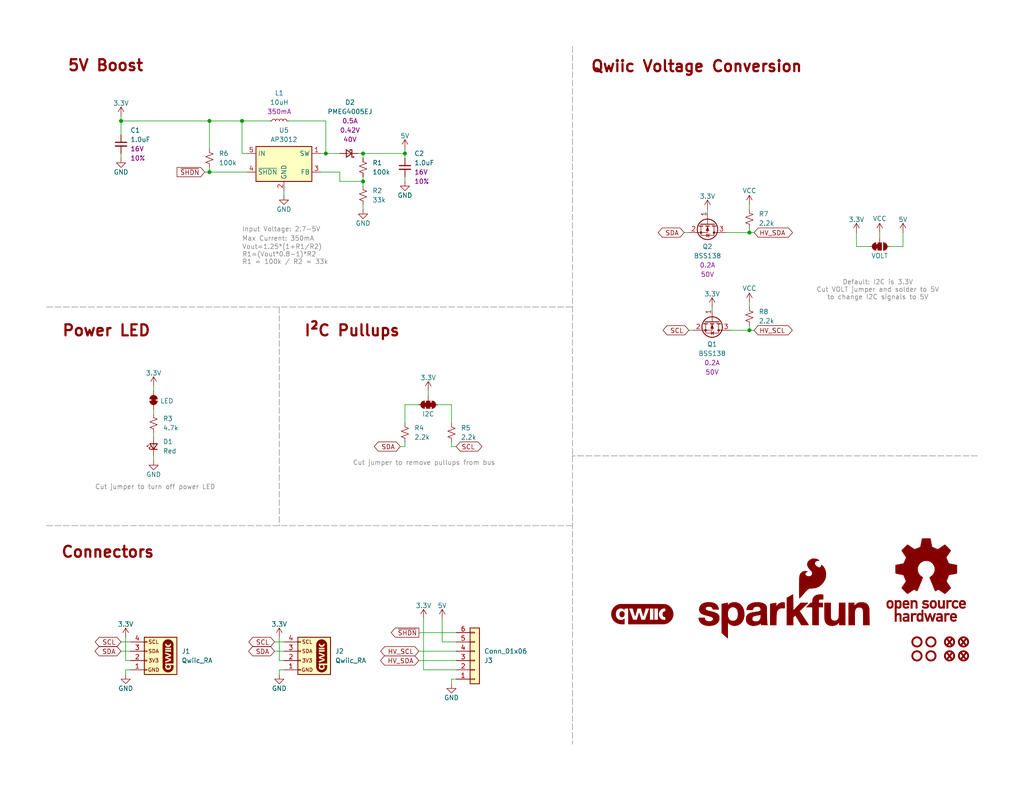
<source format=kicad_sch>
(kicad_sch (version 20231120) (generator "eeschema") (generator_version "8.0")
  (paper "USLetter")
  (title_block (title "SparkFun Qwiic 5V Boost AP3012K") (date "2025-02-10") (rev "v10") (comment 1 "Based off the Indoor Air Quality Combo by N. Seidle") (comment 2 "Designed by: P. Lewis"))
  (lib_symbols
    (symbol "1.0uF_0603_16V_10%_1" (pin_numbers hide) (pin_names (offset 0.254))
      (property "Reference" "C" (at 0.635 2.54 0))
      (property "Value" "1.0uF" (at 0.635 -2.54 0))
      (property "Voltage" "16V" (at 0 -6.35 0))
      (property "Tolerance" "10%" (at 0 -8.89 0))
      (symbol "1.0uF_0603_16V_10%_1_1_1"
        (pin passive line (at 0 2.54 270) (length 2.032) (name "~") (number "1"))
        (pin passive line (at 0 -2.54 90) (length 2.032) (name "~") (number "2"))
      )
    )
    (symbol "1.0uF_0603_16V_10%_2" (pin_numbers hide) (pin_names (offset 0.254))
      (property "Reference" "C" (at 0.635 2.54 0))
      (property "Value" "1.0uF" (at 0.635 -2.54 0))
      (property "Voltage" "16V" (at 0 -6.35 0))
      (property "Tolerance" "10%" (at 0 -8.89 0))
      (symbol "1.0uF_0603_16V_10%_2_1_1"
        (pin passive line (at 0 2.54 270) (length 2.032) (name "~") (number "1"))
        (pin passive line (at 0 -2.54 90) (length 2.032) (name "~") (number "2"))
      )
    )
    (symbol "10uH_0805_0.35A_1" (pin_numbers hide) (pin_names (offset 1.016) hide)
      (property "Reference" "L" (at 0 2.54 0))
      (property "Value" "10uH" (at 0 -1.27 0))
      (property "Current" "350mA" (at 0 -3.81 0))
      (symbol "10uH_0805_0.35A_1_1_1"
        (pin passive line (at -2.54 0 0) (length 0.508) (name "~") (number "1"))
        (pin passive line (at 2.54 0 180) (length 0.508) (name "~") (number "2"))
      )
    )
    (symbol "2.2k_0603_1" (pin_numbers hide) (pin_names (offset 0))
      (property "Reference" "R" (at 0 -2.54 0))
      (property "Value" "2.2k" (at 0 2.54 0))
      (symbol "2.2k_0603_1_1_1"
        (pin passive line (at -2.54 0 0) (length 1.016) (name "~") (number "1"))
        (pin passive line (at 2.54 0 180) (length 1.016) (name "~") (number "2"))
      )
    )
    (symbol "D_Schottky_0.5A_40V_0.42V_1" (pin_numbers hide) (pin_names (offset 1.016) hide)
      (property "Reference" "D2" (at -0.254 -13.97 0))
      (property "Value" "PMEG4005EJ" (at -0.254 -11.43 0))
      (property "IMax" "0.5A" (at -0.254 -8.89 0))
      (property "VDrop" "0.42V" (at -0.254 -6.35 0))
      (property "VMax" "40V" (at -0.254 -3.81 0))
      (symbol "D_Schottky_0.5A_40V_0.42V_1_1_1"
        (pin passive line (at 2.54 0 180) (length 1.778) (name "A") (number "A"))
        (pin passive line (at -2.54 0 0) (length 1.778) (name "C") (number "C"))
      )
    )
    (symbol "SolderJumper_3_Bridged123_1" (pin_numbers hide) (pin_names (offset 0) hide)
      (property "Reference" "JP" (at 0 2.54 0))
      (property "Value" "~" (at 3.81 1.27 0))
      (symbol "SolderJumper_3_Bridged123_1_1_1"
        (pin passive line (at -2.54 0 0) (length 1.27) (name "A") (number "1"))
        (pin passive line (at 0 -2.54 90) (length 1.27) (name "B") (number "2"))
        (pin passive line (at 2.54 0 180) (length 1.27) (name "C") (number "3"))
      )
    )
    (symbol "SparkFun-Aesthetic:Fiducial_0.5mm"
      (symbol "Fiducial_0.5mm_1_1"
        (text "x" (at 0 0.254 0) (effects (font (size 2.5 2.5) (bold yes))))
      )
    )
    (symbol "SparkFun-Aesthetic:OSHW_Logo" (pin_names (offset 1.016)) (in_bom no))
    (symbol "SparkFun-Aesthetic:SparkFun_Logo" (pin_names (offset 1.016)) (on_board no))
    (symbol "SparkFun-Aesthetic:qwiic_Logo" (pin_names (offset 1.016)) (on_board no))
    (symbol "SparkFun-Connector:Conn_01x06" (pin_names (offset 1.016) hide)
      (property "Reference" "J" (at 0 7.62 0))
      (property "Value" "Conn_01x06" (at 0 -10.16 0))
      (symbol "Conn_01x06_1_1"
        (pin passive line (at -5.08 5.08 0) (length 3.81) (name "Pin_1") (number "1"))
        (pin passive line (at -5.08 2.54 0) (length 3.81) (name "Pin_2") (number "2"))
        (pin passive line (at -5.08 0 0) (length 3.81) (name "Pin_3") (number "3"))
        (pin passive line (at -5.08 -2.54 0) (length 3.81) (name "Pin_4") (number "4"))
        (pin passive line (at -5.08 -5.08 0) (length 3.81) (name "Pin_5") (number "5"))
        (pin passive line (at -5.08 -7.62 0) (length 3.81) (name "Pin_6") (number "6"))
      )
    )
    (symbol "SparkFun-Connector:Qwiic_Right_Angle" (pin_names (offset 1.016) hide)
      (property "Reference" "J" (at 0 5.08 0))
      (property "Value" "Qwiic_RA" (at 0 -7.62 0))
      (symbol "Qwiic_Right_Angle_1_1"
        (text "3V3" (at 1.27 -2.54 0) (effects (font (size 1 1))))
        (text "GND" (at 1.27 -5.08 0) (effects (font (size 1 1))))
        (text "SCL" (at 1.27 2.54 0) (effects (font (size 1 1))))
        (text "SDA" (at 1.27 0 0) (effects (font (size 1 1))))
        (pin passive line (at -5.08 -5.08 0) (length 3.81) (name "Pin_1") (number "1"))
        (pin passive line (at -5.08 -2.54 0) (length 3.81) (name "Pin_2") (number "2"))
        (pin passive line (at -5.08 0 0) (length 3.81) (name "Pin_3") (number "3"))
        (pin passive line (at -5.08 2.54 0) (length 3.81) (name "Pin_4") (number "4"))
        (pin no_connect line (at 2.54 3.81 270) (length 2.54) hide (name "NC") (number "NC1"))
        (pin no_connect line (at 2.54 3.81 270) (length 2.54) hide (name "NC") (number "NC2"))
      )
    )
    (symbol "SparkFun-DiscreteSemi:Q_NMOS_0.2A_50V" (pin_names (offset 0) hide)
      (property "Reference" "Q" (at 5.08 1.27 0))
      (property "Value" "BSS138" (at 5.08 -1.27 0))
      (property "IMax" "0.2A" (at 7.62 -3.81 0))
      (property "VMax" "50V" (at 7.62 -6.35 0))
      (symbol "Q_NMOS_0.2A_50V_1_1"
        (pin input line (at -2.54 0 0) (length 0) (name "G") (number "1"))
        (pin passive line (at 2.54 -5.08 90) (length 2.54) (name "S") (number "2"))
        (pin passive line (at 2.54 5.08 270) (length 2.54) (name "D") (number "3"))
      )
    )
    (symbol "SparkFun-Hardware:Standoff")
    (symbol "SparkFun-IC-Power:AP3012"
      (property "Reference" "U" (at -7.62 5.715 0))
      (property "Value" "AP3012" (at 0 5.715 0))
      (symbol "AP3012_1_1"
        (pin passive line (at 10.16 2.54 180) (length 2.54) (name "SW") (number "1"))
        (pin power_in line (at 0 -7.62 90) (length 2.54) (name "GND") (number "2"))
        (pin input line (at 10.16 -2.54 180) (length 2.54) (name "FB") (number "3"))
        (pin input line (at -10.16 -2.54 0) (length 2.54) (name "~{SHDN}") (number "4"))
        (pin power_in line (at -10.16 2.54 0) (length 2.54) (name "IN") (number "5"))
      )
    )
    (symbol "SparkFun-Jumper:SolderJumper_2_Bridged" (pin_numbers hide) (pin_names (offset 0) hide)
      (property "Reference" "JP" (at 0 2.032 0))
      (property "Value" "~" (at 0 -2.54 0))
      (symbol "SolderJumper_2_Bridged_1_1"
        (pin passive line (at -2.54 0 0) (length 1.27) (name "A") (number "1"))
        (pin passive line (at 2.54 0 180) (length 1.27) (name "B") (number "2"))
      )
    )
    (symbol "SparkFun-Jumper:SolderJumper_3_Bridged12" (pin_numbers hide) (pin_names (offset 0) hide)
      (property "Reference" "JP" (at 0 2.54 0))
      (property "Value" "~" (at 3.81 1.27 0))
      (symbol "SolderJumper_3_Bridged12_1_1"
        (pin passive line (at -2.54 0 0) (length 1.27) (name "A") (number "1"))
        (pin passive line (at 0 -2.54 90) (length 1.27) (name "B") (number "2"))
        (pin passive line (at 2.54 0 180) (length 1.27) (name "C") (number "3"))
      )
    )
    (symbol "SparkFun-LED:LED_Red_0603" (pin_numbers hide) (pin_names (offset 1.016) hide)
      (property "Reference" "D" (at 0 2.54 0))
      (property "Value" "Red" (at 0 -2.54 0))
      (symbol "LED_Red_0603_1_1"
        (pin passive line (at -2.54 0 0) (length 1.778) (name "K") (number "1"))
        (pin passive line (at 2.54 0 180) (length 1.778) (name "A") (number "2"))
      )
    )
    (symbol "SparkFun-PowerSymbol:3.3V" (power) (pin_names (offset 0))
      (property "Value" "3.3V" (at 0 3.81 0))
      (symbol "3.3V_1_1"
        (pin power_in line (at 0 0 90) (length 0) hide (name "3.3V") (number "1"))
      )
    )
    (symbol "SparkFun-PowerSymbol:5V" (power) (pin_names (offset 0))
      (property "Value" "5V" (at 0 3.81 0))
      (symbol "5V_1_1"
        (pin power_in line (at 0 0 90) (length 0) hide (name "5V") (number "1"))
      )
    )
    (symbol "SparkFun-PowerSymbol:GND" (power) (pin_names (offset 0))
      (property "Value" "GND" (at 0 -3.81 0))
      (symbol "GND_1_1"
        (pin power_in line (at 0 0 270) (length 0) hide (name "GND") (number "1"))
      )
    )
    (symbol "SparkFun-PowerSymbol:VCC" (power) (pin_names (offset 0))
      (property "Value" "VCC" (at 0 3.81 0))
      (symbol "VCC_1_1"
        (pin power_in line (at 0 0 90) (length 0) hide (name "VCC") (number "1"))
      )
    )
    (symbol "SparkFun-Resistor:100k_0603" (pin_numbers hide) (pin_names (offset 0))
      (property "Reference" "R" (at 0 -2.54 0))
      (property "Value" "100k" (at 0 2.54 0))
      (symbol "100k_0603_1_1"
        (pin passive line (at -2.54 0 0) (length 1.016) (name "~") (number "1"))
        (pin passive line (at 2.54 0 180) (length 1.016) (name "~") (number "2"))
      )
    )
    (symbol "SparkFun-Resistor:2.2k_0603" (pin_numbers hide) (pin_names (offset 0))
      (property "Reference" "R" (at 0 -2.54 0))
      (property "Value" "2.2k" (at 0 2.54 0))
      (symbol "2.2k_0603_1_1"
        (pin passive line (at -2.54 0 0) (length 1.016) (name "~") (number "1"))
        (pin passive line (at 2.54 0 180) (length 1.016) (name "~") (number "2"))
      )
    )
    (symbol "SparkFun-Resistor:33k_0603" (pin_numbers hide) (pin_names (offset 0))
      (property "Reference" "R" (at 0 -2.54 0))
      (property "Value" "33k" (at 0 2.54 0))
      (symbol "33k_0603_1_1"
        (pin passive line (at -2.54 0 0) (length 1.016) (name "~") (number "1"))
        (pin passive line (at 2.54 0 180) (length 1.016) (name "~") (number "2"))
      )
    )
    (symbol "SparkFun-Resistor:4.7k_0603" (pin_numbers hide) (pin_names (offset 0))
      (property "Reference" "R" (at 0 -2.54 0))
      (property "Value" "4.7k" (at 0 2.54 0))
      (symbol "4.7k_0603_1_1"
        (pin passive line (at -2.54 0 0) (length 1.016) (name "~") (number "1"))
        (pin passive line (at 2.54 0 180) (length 1.016) (name "~") (number "2"))
      )
    )
  )
  (junction (at 99.06 49.53))
  (junction (at 99.06 41.91))
  (junction (at 33.02 33.02))
  (junction (at 57.15 46.99))
  (junction (at 66.04 33.02))
  (junction (at 57.15 33.02))
  (junction (at 204.47 90.17))
  (junction (at 88.9 41.91))
  (junction (at 110.49 41.91))
  (junction (at 204.47 63.5))
  (wire (pts (xy 204.47 62.23) (xy 204.47 63.5)))
  (wire (pts (xy 116.84 106.68) (xy 116.84 107.95)))
  (wire (pts (xy 119.38 110.49) (xy 123.19 110.49)))
  (wire (pts (xy 57.15 33.02) (xy 66.04 33.02)))
  (wire (pts (xy 77.47 180.34) (xy 76.2 180.34)))
  (wire (pts (xy 57.15 46.99) (xy 67.31 46.99)))
  (wire (pts (xy 114.3 180.34) (xy 124.46 180.34)))
  (wire (pts (xy 33.02 31.75) (xy 33.02 33.02)))
  (wire (pts (xy 76.2 173.99) (xy 76.2 180.34)))
  (wire (pts (xy 35.56 182.88) (xy 34.29 182.88)))
  (wire (pts (xy 120.65 168.91) (xy 120.65 175.26)))
  (wire (pts (xy 87.63 46.99) (xy 92.71 46.99)))
  (wire (pts (xy 88.9 33.02) (xy 88.9 41.91)))
  (wire (pts (xy 88.9 41.91) (xy 92.71 41.91)))
  (wire (pts (xy 110.49 110.49) (xy 114.3 110.49)))
  (wire (pts (xy 186.69 63.5) (xy 187.96 63.5)))
  (wire (pts (xy 57.15 33.02) (xy 57.15 40.64)))
  (wire (pts (xy 199.39 90.17) (xy 204.47 90.17)))
  (wire (pts (xy 33.02 33.02) (xy 57.15 33.02)))
  (wire (pts (xy 99.06 55.88) (xy 99.06 57.15)))
  (wire (pts (xy 41.91 118.11) (xy 41.91 119.38)))
  (wire (pts (xy 123.19 110.49) (xy 123.19 115.57)))
  (wire (pts (xy 114.3 177.8) (xy 124.46 177.8)))
  (wire (pts (xy 242.57 67.31) (xy 246.38 67.31)))
  (wire (pts (xy 99.06 41.91) (xy 99.06 43.18)))
  (wire (pts (xy 66.04 33.02) (xy 66.04 41.91)))
  (wire (pts (xy 74.93 175.26) (xy 77.47 175.26)))
  (wire (pts (xy 204.47 82.55) (xy 204.47 83.82)))
  (wire (pts (xy 99.06 49.53) (xy 99.06 50.8)))
  (wire (pts (xy 33.02 177.8) (xy 35.56 177.8)))
  (polyline (pts (xy 266.7 124.46) (xy 156.21 124.46)) (stroke (width 0) (type dash) (color 132 132 132 1)))
  (wire (pts (xy 204.47 90.17) (xy 205.74 90.17)))
  (wire (pts (xy 35.56 180.34) (xy 34.29 180.34)))
  (wire (pts (xy 110.49 48.26) (xy 110.49 49.53)))
  (wire (pts (xy 110.49 40.64) (xy 110.49 41.91)))
  (wire (pts (xy 110.49 120.65) (xy 110.49 121.92)))
  (wire (pts (xy 124.46 185.42) (xy 123.19 185.42)))
  (wire (pts (xy 78.74 33.02) (xy 88.9 33.02)))
  (wire (pts (xy 240.03 63.5) (xy 240.03 64.77)))
  (wire (pts (xy 123.19 185.42) (xy 123.19 186.69)))
  (wire (pts (xy 92.71 46.99) (xy 92.71 49.53)))
  (wire (pts (xy 41.91 124.46) (xy 41.91 125.73)))
  (wire (pts (xy 66.04 33.02) (xy 73.66 33.02)))
  (wire (pts (xy 74.93 177.8) (xy 77.47 177.8)))
  (wire (pts (xy 124.46 182.88) (xy 115.57 182.88)))
  (wire (pts (xy 76.2 182.88) (xy 76.2 184.15)))
  (wire (pts (xy 124.46 175.26) (xy 120.65 175.26)))
  (wire (pts (xy 233.68 63.5) (xy 233.68 67.31)))
  (polyline (pts (xy 156.21 12.7) (xy 156.21 124.46)) (stroke (width 0) (type dash) (color 132 132 132 1)))
  (wire (pts (xy 41.91 113.03) (xy 41.91 111.76)))
  (wire (pts (xy 115.57 168.91) (xy 115.57 182.88)))
  (wire (pts (xy 198.12 63.5) (xy 204.47 63.5)))
  (wire (pts (xy 204.47 55.88) (xy 204.47 57.15)))
  (wire (pts (xy 114.3 172.72) (xy 124.46 172.72)))
  (wire (pts (xy 204.47 88.9) (xy 204.47 90.17)))
  (wire (pts (xy 57.15 45.72) (xy 57.15 46.99)))
  (polyline (pts (xy 12.7 143.51) (xy 156.21 143.51)) (stroke (width 0) (type dash) (color 132 132 132 1)))
  (wire (pts (xy 110.49 43.18) (xy 110.49 41.91)))
  (wire (pts (xy 99.06 48.26) (xy 99.06 49.53)))
  (wire (pts (xy 194.31 83.82) (xy 194.31 85.09)))
  (wire (pts (xy 204.47 63.5) (xy 205.74 63.5)))
  (wire (pts (xy 246.38 63.5) (xy 246.38 67.31)))
  (wire (pts (xy 67.31 41.91) (xy 66.04 41.91)))
  (wire (pts (xy 97.79 41.91) (xy 99.06 41.91)))
  (wire (pts (xy 77.47 182.88) (xy 76.2 182.88)))
  (wire (pts (xy 33.02 33.02) (xy 33.02 36.83)))
  (wire (pts (xy 187.96 90.17) (xy 189.23 90.17)))
  (wire (pts (xy 33.02 41.91) (xy 33.02 43.18)))
  (wire (pts (xy 55.88 46.99) (xy 57.15 46.99)))
  (wire (pts (xy 77.47 53.34) (xy 77.47 52.07)))
  (wire (pts (xy 41.91 105.41) (xy 41.91 106.68)))
  (wire (pts (xy 33.02 175.26) (xy 35.56 175.26)))
  (polyline (pts (xy 76.2 83.82) (xy 76.2 143.51)) (stroke (width 0) (type dash) (color 132 132 132 1)))
  (wire (pts (xy 99.06 41.91) (xy 110.49 41.91)))
  (polyline (pts (xy 156.21 124.46) (xy 156.21 203.2)) (stroke (width 0) (type dash) (color 132 132 132 1)))
  (wire (pts (xy 193.04 57.15) (xy 193.04 58.42)))
  (wire (pts (xy 34.29 173.99) (xy 34.29 180.34)))
  (wire (pts (xy 34.29 182.88) (xy 34.29 184.15)))
  (wire (pts (xy 237.49 67.31) (xy 233.68 67.31)))
  (wire (pts (xy 92.71 49.53) (xy 99.06 49.53)))
  (wire (pts (xy 88.9 41.91) (xy 87.63 41.91)))
  (wire (pts (xy 110.49 115.57) (xy 110.49 110.49)))
  (polyline (pts (xy 12.7 83.82) (xy 156.21 83.82)) (stroke (width 0) (type dash) (color 132 132 132 1)))
  (wire (pts (xy 109.22 121.92) (xy 110.49 121.92)))
  (wire (pts (xy 123.19 121.92) (xy 124.46 121.92)))
  (wire (pts (xy 123.19 120.65) (xy 123.19 121.92)))
  (text "I²C Pullups" (at 82.804 92.202 0) (effects (font (size 3 3) (thickness 0.6) (bold yes)) (justify left bottom)))
  (text "Power LED" (at 16.764 92.202 0) (effects (font (size 3 3) (thickness 0.6) (bold yes)) (justify left bottom)))
  (text "Input Voltage: 2.7-5V" (at 66.04 63.5 0) (effects (font (size 1.27 1.27)) (justify left bottom)))
  (text "Connectors" (at 16.51 152.654 0) (effects (font (size 3 3) (thickness 0.6) (bold yes)) (justify left bottom)))
  (text "Vout=1.25*(1+R1/R2)\nR1=(Vout*0.8-1)*R2\nR1 = 100k / R2 = 33k" (at 66.04 72.39 0) (effects (font (size 1.27 1.27)) (justify left bottom)))
  (text "Default: I2C is 3.3V\nCut VOLT jumper and solder to 5V\nto change I2C signals to 5V" (at 239.522 79.248 0) (effects (font (size 1.27 1.27))))
  (text "Qwiic Voltage Conversion" (at 161.036 20.066 0) (effects (font (size 3 3) (thickness 0.6) (bold yes)) (justify left bottom)))
  (text "Cut jumper to remove pullups from bus" (at 96.266 127.254 0) (effects (font (size 1.27 1.27)) (justify left bottom)))
  (text "5V Boost" (at 18.288 19.812 0) (effects (font (size 3 3) (thickness 0.6) (bold yes)) (justify left bottom)))
  (text "Max Current: 350mA" (at 66.04 66.04 0) (effects (font (size 1.27 1.27)) (justify left bottom)))
  (text "Cut jumper to turn off power LED" (at 25.908 133.858 0) (effects (font (size 1.27 1.27)) (justify left bottom)))
  (global_label "HV_SDA" (shape bidirectional) (at 114.3 180.34 180) (property "Intersheetrefs" "${INTERSHEET_REFS}" (effects (hide yes))))
  (global_label "HV_SCL" (shape bidirectional) (at 205.74 90.17 0) (property "Intersheetrefs" "${INTERSHEET_REFS}" (effects (hide yes))))
  (global_label "SCL" (shape bidirectional) (at 124.46 121.92 0) (property "Intersheetrefs" "${INTERSHEET_REFS}" (effects (hide yes))))
  (global_label "HV_SCL" (shape bidirectional) (at 114.3 177.8 180) (property "Intersheetrefs" "${INTERSHEET_REFS}" (effects (hide yes))))
  (global_label "SDA" (shape bidirectional) (at 74.93 177.8 180) (property "Intersheetrefs" "${INTERSHEET_REFS}" (effects (hide yes))))
  (global_label "SDA" (shape bidirectional) (at 109.22 121.92 180) (property "Intersheetrefs" "${INTERSHEET_REFS}" (effects (hide yes))))
  (global_label "HV_SDA" (shape bidirectional) (at 205.74 63.5 0) (property "Intersheetrefs" "${INTERSHEET_REFS}" (effects (hide yes))))
  (global_label "SDA" (shape bidirectional) (at 186.69 63.5 180) (property "Intersheetrefs" "${INTERSHEET_REFS}" (effects (hide yes))))
  (global_label "SCL" (shape bidirectional) (at 33.02 175.26 180) (property "Intersheetrefs" "${INTERSHEET_REFS}" (effects (hide yes))))
  (global_label "SCL" (shape bidirectional) (at 74.93 175.26 180) (property "Intersheetrefs" "${INTERSHEET_REFS}" (effects (hide yes))))
  (global_label "SDA" (shape bidirectional) (at 33.02 177.8 180) (property "Intersheetrefs" "${INTERSHEET_REFS}" (effects (hide yes))))
  (global_label "~{SHDN}" (shape output) (at 114.3 172.72 180) (property "Intersheetrefs" "${INTERSHEET_REFS}" (effects (hide yes))))
  (global_label "~{SHDN}" (shape input) (at 55.88 46.99 180) (property "Intersheetrefs" "${INTERSHEET_REFS}" (effects (hide yes))))
  (global_label "SCL" (shape bidirectional) (at 187.96 90.17 180) (property "Intersheetrefs" "${INTERSHEET_REFS}" (effects (hide yes))))
  (symbol (lib_id "SparkFun-Hardware:Standoff") (at 250.19 179.07 0) (unit 1)
    (property "Reference" "ST4" (effects (hide yes)))
    (property "Value" "Standoff" (effects (hide yes)))
    (property "Footprint" "SparkFun-Hardware:Standoff" (effects (hide yes)))
    (property "Description" "Drill holes for mechanically mounting via screws, standoffs, etc." (effects (hide yes)))
  )
  (symbol (lib_name "2.2k_0603_1") (lib_id "SparkFun-Resistor:2.2k_0603") (at 110.49 118.11 90) (unit 1)
    (property "Reference" "R4" (at 113.03 116.8399 90) (effects (justify right)))
    (property "Value" "2.2k" (at 113.03 119.3799 90) (effects (justify right)))
    (property "Footprint" "SparkFun-Resistor:R_0603_1608Metric" (effects (hide yes)))
    (property "Datasheet" "https://www.vishay.com/docs/20035/dcrcwe3.pdf" (effects (hide yes)))
    (property "Description" "Resistor" (effects (hide yes)))
    (property "PROD_ID" "RES-08272" (effects (hide yes)))
  )
  (symbol (lib_id "SparkFun-Jumper:SolderJumper_3_Bridged12") (at 240.03 67.31 0) (mirror x) (unit 1)
    (property "Reference" "JP3" (effects (hide yes)))
    (property "Value" "VOLT" (at 240.03 69.85 0))
    (property "Footprint" "SparkFun-Jumper:Jumper_3_NC-1_Trace" (effects (hide yes)))
    (property "Description" "3-pole Solder Jumper, pins 1+2 closed/bridged" (effects (hide yes)))
  )
  (symbol (lib_id "SparkFun-PowerSymbol:GND") (at 77.47 53.34 0) (unit 1)
    (property "Reference" "#PWR0109" (effects (hide yes)))
    (property "Value" "GND" (at 77.47 57.15 0))
    (property "Description" "Power symbol creates a global label with name \"GND\" , ground" (effects (hide yes)))
  )
  (symbol (lib_id "SparkFun-Resistor:2.2k_0603") (at 204.47 59.69 270) (unit 1)
    (property "Reference" "R7" (at 207.01 58.4199 90) (effects (justify left)))
    (property "Value" "2.2k" (at 207.01 60.9599 90) (effects (justify left)))
    (property "Footprint" "SparkFun-Resistor:R_0603_1608Metric" (effects (hide yes)))
    (property "Datasheet" "https://www.vishay.com/docs/20035/dcrcwe3.pdf" (effects (hide yes)))
    (property "Description" "Resistor" (effects (hide yes)))
    (property "PROD_ID" "RES-08272" (effects (hide yes)))
  )
  (symbol (lib_id "SparkFun-PowerSymbol:5V") (at 246.38 63.5 0) (unit 1)
    (property "Reference" "#PWR07" (effects (hide yes)))
    (property "Value" "5V" (at 246.38 59.944 0))
    (property "Description" "Power symbol creates a global label with name \"5V\"" (effects (hide yes)))
  )
  (symbol (lib_id "SparkFun-Resistor:100k_0603") (at 99.06 45.72 90) (unit 1)
    (property "Reference" "R1" (at 101.6 44.4499 90) (effects (justify right)))
    (property "Value" "100k" (at 101.6 46.9899 90) (effects (justify right)))
    (property "Footprint" "SparkFun-Resistor:R_0603_1608Metric" (effects (hide yes)))
    (property "Datasheet" "https://www.vishay.com/docs/20035/dcrcwe3.pdf" (effects (hide yes)))
    (property "Description" "Resistor" (effects (hide yes)))
    (property "PROD_ID" "RES-07828" (effects (hide yes)))
  )
  (symbol (lib_id "SparkFun-Aesthetic:SparkFun_Logo") (at 213.36 167.64 0) (unit 1) (on_board no)
    (property "Reference" "G2" (effects (hide yes)))
    (property "Value" "SparkFun_Logo" (effects (hide yes)))
    (property "Footprint" "SparkFun-Aesthetic:SparkFun_Logo_8mm" (effects (hide yes)))
  )
  (symbol (lib_id "SparkFun-PowerSymbol:GND") (at 99.06 57.15 0) (unit 1)
    (property "Reference" "#PWR0101" (effects (hide yes)))
    (property "Value" "GND" (at 99.06 60.96 0))
    (property "Description" "Power symbol creates a global label with name \"GND\" , ground" (effects (hide yes)))
  )
  (symbol (lib_id "SparkFun-Aesthetic:Fiducial_0.5mm") (at 262.89 175.26 0) (unit 1)
    (property "Reference" "FID3" (effects (hide yes)))
    (property "Value" "Fiducial_0.5mm" (effects (hide yes)))
    (property "Footprint" "SparkFun-Aesthetic:Fiducial_0.5mm_Mask1mm" (effects (hide yes)))
    (property "Description" "Fiducial Marker" (effects (hide yes)))
  )
  (symbol (lib_name "D_Schottky_0.5A_40V_0.42V_1") (lib_id "SparkFun-DiscreteSemi:D_Schottky_0.5A_40V_0.42V") (at 95.25 41.91 180) (unit 1)
    (property "Reference" "D2" (at 95.504 27.94 0))
    (property "Value" "PMEG4005EJ" (at 95.504 30.48 0))
    (property "Footprint" "SparkFun-Semiconductor-Standard:SOD-323" (effects (hide yes)))
    (property "Datasheet" "https://assets.nexperia.com/documents/data-sheet/PMEG4005EJ.pdf" (effects (hide yes)))
    (property "Description" "Schottky diode" (effects (hide yes)))
    (property "PROD_ID" "DIO-10955" (effects (hide yes)))
    (property "IMax" "0.5A" (at 95.504 33.02 0))
    (property "VDrop" "0.42V" (at 95.504 35.56 0))
    (property "VMax" "40V" (at 95.504 38.1 0))
  )
  (symbol (lib_id "SparkFun-Aesthetic:Fiducial_0.5mm") (at 262.89 179.07 0) (unit 1)
    (property "Reference" "FID4" (effects (hide yes)))
    (property "Value" "Fiducial_0.5mm" (effects (hide yes)))
    (property "Footprint" "SparkFun-Aesthetic:Fiducial_0.5mm_Mask1mm" (effects (hide yes)))
    (property "Description" "Fiducial Marker" (effects (hide yes)))
  )
  (symbol (lib_name "1.0uF_0603_16V_10%_2") (lib_id "SparkFun-Capacitor:1.0uF_0603_16V_10%") (at 110.49 45.72 0) (unit 1)
    (property "Reference" "C2" (at 113.03 41.9162 0) (effects (justify left)))
    (property "Value" "1.0uF" (at 113.03 44.4562 0) (effects (justify left)))
    (property "Footprint" "SparkFun-Capacitor:C_0603_1608Metric" (effects (hide yes)))
    (property "Datasheet" "https://cdn.sparkfun.com/assets/8/a/4/a/5/Kemet_Capacitor_Datasheet.pdf" (effects (hide yes)))
    (property "Description" "Unpolarized capacitor" (effects (hide yes)))
    (property "PROD_ID" "CAP-13930" (effects (hide yes)))
    (property "Voltage" "16V" (at 113.03 46.9962 0) (effects (justify left)))
    (property "Tolerance" "10%" (at 113.03 49.5362 0) (effects (justify left)))
  )
  (symbol (lib_id "SparkFun-PowerSymbol:VCC") (at 240.03 63.5 0) (unit 1)
    (property "Reference" "#PWR05" (effects (hide yes)))
    (property "Value" "VCC" (at 240.03 59.69 0))
    (property "Description" "Power symbol creates a global label with name \"VCC\"" (effects (hide yes)))
  )
  (symbol (lib_id "SparkFun-PowerSymbol:GND") (at 123.19 186.69 0) (unit 1)
    (property "Reference" "#PWR0107" (effects (hide yes)))
    (property "Value" "GND" (at 123.19 190.5 0))
    (property "Description" "Power symbol creates a global label with name \"GND\" , ground" (effects (hide yes)))
  )
  (symbol (lib_id "SparkFun-Connector:Conn_01x06") (at 129.54 180.34 0) (mirror x) (unit 1)
    (property "Reference" "J3" (at 132.08 180.3401 0) (effects (justify left)))
    (property "Value" "Conn_01x06" (at 132.08 177.8001 0) (effects (justify left)))
    (property "Footprint" "SparkFun-Connector:1x06" (effects (hide yes)))
    (property "Description" "Basic 0.1\" PTH" (effects (hide yes)))
  )
  (symbol (lib_id "SparkFun-LED:LED_Red_0603") (at 41.91 121.92 90) (unit 1)
    (property "Reference" "D1" (at 44.45 120.5864 90) (effects (justify right)))
    (property "Value" "Red" (at 44.45 123.1264 90) (effects (justify right)))
    (property "Footprint" "SparkFun-LED:LED_0603_1608Metric_Red" (effects (hide yes)))
    (property "Datasheet" "https://docs.broadcom.com/docs/AV02-0551EN" (effects (hide yes)))
    (property "Description" "Light emitting diode" (effects (hide yes)))
    (property "PROD_ID" "DIO-17976" (effects (hide yes)))
  )
  (symbol (lib_id "SparkFun-Hardware:Standoff") (at 254 179.07 0) (unit 1)
    (property "Reference" "ST2" (effects (hide yes)))
    (property "Value" "Standoff" (effects (hide yes)))
    (property "Footprint" "SparkFun-Hardware:Standoff" (effects (hide yes)))
    (property "Description" "Drill holes for mechanically mounting via screws, standoffs, etc." (effects (hide yes)))
  )
  (symbol (lib_id "SparkFun-Resistor:2.2k_0603") (at 204.47 86.36 270) (unit 1)
    (property "Reference" "R8" (at 207.01 85.0899 90) (effects (justify left)))
    (property "Value" "2.2k" (at 207.01 87.6299 90) (effects (justify left)))
    (property "Footprint" "SparkFun-Resistor:R_0603_1608Metric" (effects (hide yes)))
    (property "Datasheet" "https://www.vishay.com/docs/20035/dcrcwe3.pdf" (effects (hide yes)))
    (property "Description" "Resistor" (effects (hide yes)))
    (property "PROD_ID" "RES-08272" (effects (hide yes)))
  )
  (symbol (lib_id "SparkFun-IC-Power:AP3012") (at 77.47 44.45 0) (unit 1)
    (property "Reference" "U5" (at 77.47 35.56 0))
    (property "Value" "AP3012" (at 77.47 38.1 0))
    (property "Footprint" "SparkFun-Semiconductor-Standard:SOT23-5" (effects (hide yes)))
    (property "Datasheet" "https://www.diodes.com/assets/Datasheets/AP3012.pdf" (effects (hide yes)))
    (property "Description" "500mA, Adjustable Step-Up Voltage Regulator, 1.5MHz Frequency, SOT-23-5" (effects (hide yes)))
    (property "PROD_ID" "VREG-13911" (effects (hide yes)))
  )
  (symbol (lib_name "SolderJumper_3_Bridged123_1") (lib_id "SparkFun-Jumper:SolderJumper_3_Bridged123") (at 116.84 110.49 180) (unit 1)
    (property "Reference" "JP2" (effects (hide yes)))
    (property "Value" "I2C" (at 116.84 113.03 0))
    (property "Footprint" "SparkFun-Jumper:Jumper_3_NC-2_Trace" (effects (hide yes)))
    (property "Description" "Solder Jumper, 3-pole, pins 1+2+3 closed/bridged" (effects (hide yes)))
  )
  (symbol (lib_id "SparkFun-Aesthetic:OSHW_Logo") (at 252.73 162.56 0) (unit 1) (in_bom no)
    (property "Reference" "G4" (effects (hide yes)))
    (property "Value" "OSHW_Logo" (effects (hide yes)))
    (property "Footprint" "SparkFun-Aesthetic:Creative_Commons_License" (effects (hide yes)))
  )
  (symbol (lib_name "1.0uF_0603_16V_10%_1") (lib_id "SparkFun-Capacitor:1.0uF_0603_16V_10%") (at 33.02 39.37 0) (unit 1)
    (property "Reference" "C1" (at 35.56 35.5662 0) (effects (justify left)))
    (property "Value" "1.0uF" (at 35.56 38.1062 0) (effects (justify left)))
    (property "Footprint" "SparkFun-Capacitor:C_0603_1608Metric" (effects (hide yes)))
    (property "Datasheet" "https://cdn.sparkfun.com/assets/8/a/4/a/5/Kemet_Capacitor_Datasheet.pdf" (effects (hide yes)))
    (property "Description" "Unpolarized capacitor" (effects (hide yes)))
    (property "PROD_ID" "CAP-13930" (effects (hide yes)))
    (property "Voltage" "16V" (at 35.56 40.6462 0) (effects (justify left)))
    (property "Tolerance" "10%" (at 35.56 43.1862 0) (effects (justify left)))
  )
  (symbol (lib_id "SparkFun-Hardware:Standoff") (at 250.19 175.26 0) (unit 1)
    (property "Reference" "ST3" (effects (hide yes)))
    (property "Value" "Standoff" (effects (hide yes)))
    (property "Footprint" "SparkFun-Hardware:Standoff" (effects (hide yes)))
    (property "Description" "Drill holes for mechanically mounting via screws, standoffs, etc." (effects (hide yes)))
  )
  (symbol (lib_id "SparkFun-PowerSymbol:GND") (at 34.29 184.15 0) (unit 1)
    (property "Reference" "#PWR0123" (effects (hide yes)))
    (property "Value" "GND" (at 34.29 187.96 0))
    (property "Description" "Power symbol creates a global label with name \"GND\" , ground" (effects (hide yes)))
  )
  (symbol (lib_id "SparkFun-PowerSymbol:GND") (at 76.2 184.15 0) (unit 1)
    (property "Reference" "#PWR0105" (effects (hide yes)))
    (property "Value" "GND" (at 76.2 187.96 0))
    (property "Description" "Power symbol creates a global label with name \"GND\" , ground" (effects (hide yes)))
  )
  (symbol (lib_id "SparkFun-PowerSymbol:5V") (at 120.65 168.91 0) (unit 1)
    (property "Reference" "#PWR01" (effects (hide yes)))
    (property "Value" "5V" (at 120.65 165.354 0))
    (property "Description" "Power symbol creates a global label with name \"5V\"" (effects (hide yes)))
  )
  (symbol (lib_id "SparkFun-Hardware:Standoff") (at 254 175.26 0) (unit 1)
    (property "Reference" "ST1" (effects (hide yes)))
    (property "Value" "Standoff" (effects (hide yes)))
    (property "Footprint" "SparkFun-Hardware:Standoff" (effects (hide yes)))
    (property "Description" "Drill holes for mechanically mounting via screws, standoffs, etc." (effects (hide yes)))
  )
  (symbol (lib_id "SparkFun-PowerSymbol:3.3V") (at 41.91 105.41 0) (unit 1)
    (property "Reference" "#PWR010" (effects (hide yes)))
    (property "Value" "3.3V" (at 41.91 101.854 0))
    (property "Description" "Power symbol creates a global label with name \"3.3V\"" (effects (hide yes)))
  )
  (symbol (lib_id "SparkFun-PowerSymbol:3.3V") (at 33.02 31.75 0) (unit 1)
    (property "Reference" "#PWR0111" (effects (hide yes)))
    (property "Value" "3.3V" (at 33.02 28.194 0))
    (property "Description" "Power symbol creates a global label with name \"3.3V\"" (effects (hide yes)))
  )
  (symbol (lib_id "SparkFun-PowerSymbol:VCC") (at 204.47 55.88 0) (unit 1)
    (property "Reference" "#PWR08" (effects (hide yes)))
    (property "Value" "VCC" (at 204.47 52.07 0))
    (property "Description" "Power symbol creates a global label with name \"VCC\"" (effects (hide yes)))
  )
  (symbol (lib_id "SparkFun-PowerSymbol:GND") (at 110.49 49.53 0) (unit 1)
    (property "Reference" "#PWR0102" (effects (hide yes)))
    (property "Value" "GND" (at 110.49 53.34 0))
    (property "Description" "Power symbol creates a global label with name \"GND\" , ground" (effects (hide yes)))
  )
  (symbol (lib_id "SparkFun-Resistor:4.7k_0603") (at 41.91 115.57 90) (unit 1)
    (property "Reference" "R3" (at 44.45 114.2999 90) (effects (justify right)))
    (property "Value" "4.7k" (at 44.45 116.8399 90) (effects (justify right)))
    (property "Footprint" "SparkFun-Resistor:R_0603_1608Metric" (effects (hide yes)))
    (property "Datasheet" "https://www.vishay.com/docs/20035/dcrcwe3.pdf" (effects (hide yes)))
    (property "Description" "Resistor" (effects (hide yes)))
    (property "PROD_ID" "RES-07857" (effects (hide yes)))
  )
  (symbol (lib_id "SparkFun-Resistor:33k_0603") (at 99.06 53.34 270) (unit 1)
    (property "Reference" "R2" (at 101.6 52.0699 90) (effects (justify left)))
    (property "Value" "33k" (at 101.6 54.6099 90) (effects (justify left)))
    (property "Footprint" "SparkFun-Resistor:R_0603_1608Metric" (effects (hide yes)))
    (property "Datasheet" "https://www.vishay.com/docs/20035/dcrcwe3.pdf" (effects (hide yes)))
    (property "Description" "Resistor" (effects (hide yes)))
    (property "PROD_ID" "RES-08416" (effects (hide yes)))
  )
  (symbol (lib_id "SparkFun-PowerSymbol:3.3V") (at 233.68 63.5 0) (unit 1)
    (property "Reference" "#PWR06" (effects (hide yes)))
    (property "Value" "3.3V" (at 233.68 59.944 0))
    (property "Description" "Power symbol creates a global label with name \"3.3V\"" (effects (hide yes)))
  )
  (symbol (lib_id "SparkFun-PowerSymbol:VCC") (at 204.47 82.55 0) (unit 1)
    (property "Reference" "#PWR09" (effects (hide yes)))
    (property "Value" "VCC" (at 204.47 78.74 0))
    (property "Description" "Power symbol creates a global label with name \"VCC\"" (effects (hide yes)))
  )
  (symbol (lib_id "SparkFun-PowerSymbol:3.3V") (at 115.57 168.91 0) (unit 1)
    (property "Reference" "#PWR0106" (effects (hide yes)))
    (property "Value" "3.3V" (at 115.57 165.354 0))
    (property "Description" "Power symbol creates a global label with name \"3.3V\"" (effects (hide yes)))
  )
  (symbol (lib_id "SparkFun-Aesthetic:SparkFun_Logo") (at 213.36 167.64 0) (unit 1) (on_board no)
    (property "Reference" "G3" (effects (hide yes)))
    (property "Value" "SparkFun_Logo" (effects (hide yes)))
  )
  (symbol (lib_id "SparkFun-Aesthetic:Fiducial_0.5mm") (at 259.08 175.26 0) (unit 1)
    (property "Reference" "FID1" (effects (hide yes)))
    (property "Value" "Fiducial_0.5mm" (effects (hide yes)))
    (property "Footprint" "SparkFun-Aesthetic:Fiducial_0.5mm_Mask1mm" (effects (hide yes)))
    (property "Description" "Fiducial Marker" (effects (hide yes)))
  )
  (symbol (lib_name "10uH_0805_0.35A_1") (lib_id "SparkFun-Coil:10uH_0805_0.35A") (at 76.2 33.02 0) (unit 1)
    (property "Reference" "L1" (at 76.2 25.4 0))
    (property "Value" "10uH" (at 76.2 27.94 0))
    (property "Footprint" "SparkFun-Capacitor:C_0805_2012Metric" (effects (hide yes)))
    (property "Description" "Inductor" (effects (hide yes)))
    (property "PROD_ID" "NDUC-19198" (effects (hide yes)))
    (property "Current" "350mA" (at 76.2 30.48 0))
  )
  (symbol (lib_id "SparkFun-Connector:Qwiic_Right_Angle") (at 40.64 177.8 0) (unit 1)
    (property "Reference" "J1" (at 49.53 177.8 0) (effects (justify left)))
    (property "Value" "Qwiic_RA" (at 49.53 180.34 0) (effects (justify left)))
    (property "Footprint" "SparkFun-Connector:JST_SMD_1.0mm-4_RA" (effects (hide yes)))
    (property "Datasheet" "https://www.jst-mfg.com/product/pdf/eng/eSH.pdf" (effects (hide yes)))
    (property "Description" "4 pin JST 1mm polarized connector for I2C" (effects (hide yes)))
    (property "PROD_ID" "CONN-13694" (effects (hide yes)))
  )
  (symbol (lib_id "SparkFun-Jumper:SolderJumper_2_Bridged") (at 41.91 109.22 90) (unit 1)
    (property "Reference" "JP1" (effects (hide yes)))
    (property "Value" "LED" (at 43.688 109.474 90) (effects (justify right)))
    (property "Footprint" "SparkFun-Jumper:Jumper_2_NC_Trace" (effects (hide yes)))
    (property "Description" "Solder Jumper, 2-pole, closed/bridged" (effects (hide yes)))
  )
  (symbol (lib_id "SparkFun-PowerSymbol:3.3V") (at 76.2 173.99 0) (unit 1)
    (property "Reference" "#PWR0108" (effects (hide yes)))
    (property "Value" "3.3V" (at 76.2 170.434 0))
    (property "Description" "Power symbol creates a global label with name \"3.3V\"" (effects (hide yes)))
  )
  (symbol (lib_id "SparkFun-Aesthetic:qwiic_Logo") (at 175.26 167.64 0) (unit 1) (on_board no)
    (property "Reference" "G1" (effects (hide yes)))
    (property "Value" "qwiic_Logo" (effects (hide yes)))
  )
  (symbol (lib_id "SparkFun-PowerSymbol:3.3V") (at 193.04 57.15 0) (unit 1)
    (property "Reference" "#PWR03" (effects (hide yes)))
    (property "Value" "3.3V" (at 193.04 53.594 0))
    (property "Description" "Power symbol creates a global label with name \"3.3V\"" (effects (hide yes)))
  )
  (symbol (lib_id "SparkFun-PowerSymbol:3.3V") (at 116.84 106.68 0) (unit 1)
    (property "Reference" "#PWR0104" (effects (hide yes)))
    (property "Value" "3.3V" (at 116.84 103.124 0))
    (property "Description" "Power symbol creates a global label with name \"3.3V\"" (effects (hide yes)))
  )
  (symbol (lib_id "SparkFun-PowerSymbol:3.3V") (at 194.31 83.82 0) (unit 1)
    (property "Reference" "#PWR04" (effects (hide yes)))
    (property "Value" "3.3V" (at 194.31 80.264 0))
    (property "Description" "Power symbol creates a global label with name \"3.3V\"" (effects (hide yes)))
  )
  (symbol (lib_id "SparkFun-PowerSymbol:GND") (at 33.02 43.18 0) (unit 1)
    (property "Reference" "#PWR0110" (effects (hide yes)))
    (property "Value" "GND" (at 33.02 46.99 0))
    (property "Description" "Power symbol creates a global label with name \"GND\" , ground" (effects (hide yes)))
  )
  (symbol (lib_id "SparkFun-PowerSymbol:3.3V") (at 34.29 173.99 0) (unit 1)
    (property "Reference" "#PWR0124" (effects (hide yes)))
    (property "Value" "3.3V" (at 34.29 170.434 0))
    (property "Description" "Power symbol creates a global label with name \"3.3V\"" (effects (hide yes)))
  )
  (symbol (lib_id "SparkFun-PowerSymbol:GND") (at 41.91 125.73 0) (unit 1)
    (property "Reference" "#PWR0122" (effects (hide yes)))
    (property "Value" "GND" (at 41.91 129.54 0))
    (property "Description" "Power symbol creates a global label with name \"GND\" , ground" (effects (hide yes)))
  )
  (symbol (lib_id "SparkFun-DiscreteSemi:Q_NMOS_0.2A_50V") (at 193.04 60.96 270) (unit 1)
    (property "Reference" "Q2" (at 193.04 67.31 90))
    (property "Value" "BSS138" (at 193.04 69.85 90))
    (property "Footprint" "SparkFun-Semiconductor-Standard:SOT23-3" (effects (hide yes)))
    (property "Datasheet" "https://cdn.sparkfun.com/datasheets/BreakoutBoards/BSS138.pdf" (effects (hide yes)))
    (property "Description" "N-MOSFET transistor, drain/gate/source" (effects (hide yes)))
    (property "PROD_ID" "TRANS-00830" (effects (hide yes)))
    (property "IMax" "0.2A" (at 193.04 72.39 90))
    (property "VMax" "50V" (at 193.04 74.93 90))
  )
  (symbol (lib_id "SparkFun-Connector:Qwiic_Right_Angle") (at 82.55 177.8 0) (unit 1)
    (property "Reference" "J2" (at 91.44 177.8 0) (effects (justify left)))
    (property "Value" "Qwiic_RA" (at 91.44 180.34 0) (effects (justify left)))
    (property "Footprint" "SparkFun-Connector:JST_SMD_1.0mm-4_RA" (effects (hide yes)))
    (property "Datasheet" "https://www.jst-mfg.com/product/pdf/eng/eSH.pdf" (effects (hide yes)))
    (property "Description" "4 pin JST 1mm polarized connector for I2C" (effects (hide yes)))
    (property "PROD_ID" "CONN-13694" (effects (hide yes)))
  )
  (symbol (lib_id "SparkFun-Aesthetic:Fiducial_0.5mm") (at 259.08 179.07 0) (unit 1)
    (property "Reference" "FID2" (effects (hide yes)))
    (property "Value" "Fiducial_0.5mm" (effects (hide yes)))
    (property "Footprint" "SparkFun-Aesthetic:Fiducial_0.5mm_Mask1mm" (effects (hide yes)))
    (property "Description" "Fiducial Marker" (effects (hide yes)))
  )
  (symbol (lib_id "SparkFun-Resistor:2.2k_0603") (at 123.19 118.11 270) (unit 1)
    (property "Reference" "R5" (at 125.73 116.8399 90) (effects (justify left)))
    (property "Value" "2.2k" (at 125.73 119.3799 90) (effects (justify left)))
    (property "Footprint" "SparkFun-Resistor:R_0603_1608Metric" (effects (hide yes)))
    (property "Datasheet" "https://www.vishay.com/docs/20035/dcrcwe3.pdf" (effects (hide yes)))
    (property "Description" "Resistor" (effects (hide yes)))
    (property "PROD_ID" "RES-08272" (effects (hide yes)))
  )
  (symbol (lib_id "SparkFun-Resistor:100k_0603") (at 57.15 43.18 90) (unit 1)
    (property "Reference" "R6" (at 59.69 41.9099 90) (effects (justify right)))
    (property "Value" "100k" (at 59.69 44.4499 90) (effects (justify right)))
    (property "Footprint" "SparkFun-Resistor:R_0603_1608Metric" (effects (hide yes)))
    (property "Datasheet" "https://www.vishay.com/docs/20035/dcrcwe3.pdf" (effects (hide yes)))
    (property "Description" "Resistor" (effects (hide yes)))
    (property "PROD_ID" "RES-07828" (effects (hide yes)))
  )
  (symbol (lib_id "SparkFun-PowerSymbol:5V") (at 110.49 40.64 0) (unit 1)
    (property "Reference" "#PWR0103" (effects (hide yes)))
    (property "Value" "5V" (at 110.49 37.084 0))
    (property "Description" "Power symbol creates a global label with name \"5V\"" (effects (hide yes)))
  )
  (symbol (lib_id "SparkFun-DiscreteSemi:Q_NMOS_0.2A_50V") (at 194.31 87.63 270) (unit 1)
    (property "Reference" "Q1" (at 194.31 93.98 90))
    (property "Value" "BSS138" (at 194.31 96.52 90))
    (property "Footprint" "SparkFun-Semiconductor-Standard:SOT23-3" (effects (hide yes)))
    (property "Datasheet" "https://cdn.sparkfun.com/datasheets/BreakoutBoards/BSS138.pdf" (effects (hide yes)))
    (property "Description" "N-MOSFET transistor, drain/gate/source" (effects (hide yes)))
    (property "PROD_ID" "TRANS-00830" (effects (hide yes)))
    (property "IMax" "0.2A" (at 194.31 99.06 90))
    (property "VMax" "50V" (at 194.31 101.6 90))
  )
)
</source>
